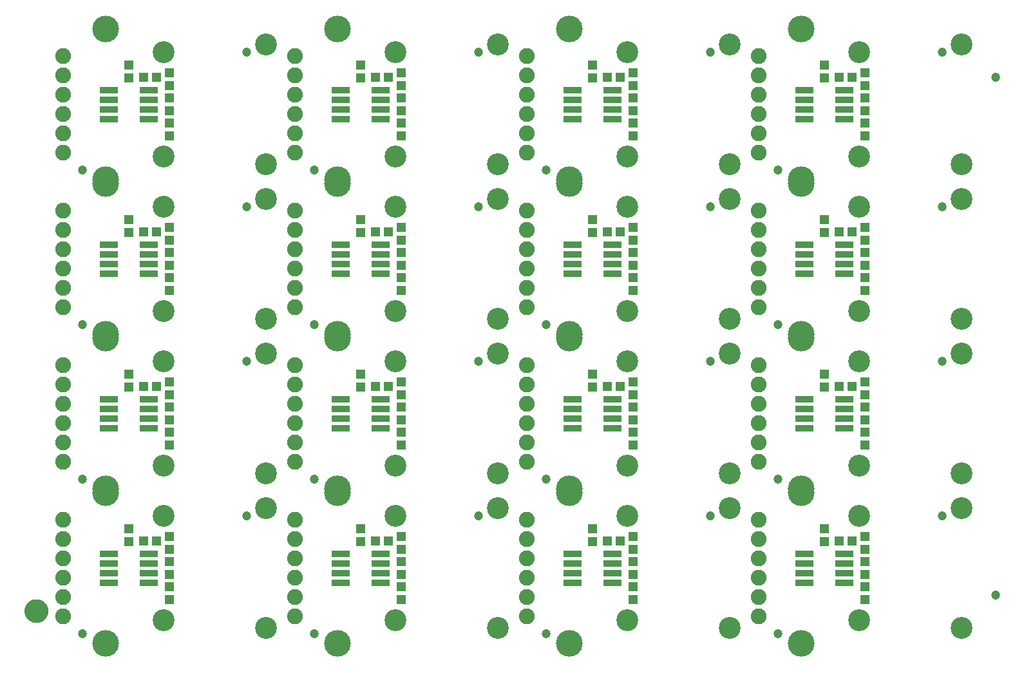
<source format=gts>
G04 EAGLE Gerber RS-274X export*
G75*
%MOMM*%
%FSLAX34Y34*%
%LPD*%
%INSoldermask Top*%
%IPPOS*%
%AMOC8*
5,1,8,0,0,1.08239X$1,22.5*%
G01*
%ADD10C,3.505200*%
%ADD11C,1.203200*%
%ADD12R,1.303200X1.203200*%
%ADD13R,2.413000X0.812800*%
%ADD14C,2.082800*%
%ADD15R,1.203200X1.303200*%
%ADD16C,2.870200*%
%ADD17C,1.270000*%
%ADD18C,1.703200*%


D10*
X137160Y266700D03*
D11*
X322580Y236220D03*
X106680Y81280D03*
D12*
X187080Y203200D03*
X204080Y203200D03*
D13*
X193802Y148590D03*
X193802Y161290D03*
X193802Y173990D03*
X193802Y186690D03*
X141478Y186690D03*
X141478Y173990D03*
X141478Y161290D03*
X141478Y148590D03*
D14*
X81280Y231140D03*
X81280Y205740D03*
X81280Y180340D03*
X81280Y154940D03*
X81280Y129540D03*
X81280Y104140D03*
D10*
X137160Y68580D03*
D15*
X167640Y202320D03*
X167640Y219320D03*
X220980Y143120D03*
X220980Y126120D03*
X220980Y192160D03*
X220980Y209160D03*
X220980Y176140D03*
X220980Y159140D03*
D16*
X213360Y99060D03*
X213360Y236220D03*
X347980Y88900D03*
X347980Y246380D03*
D10*
X441960Y266700D03*
D11*
X627380Y236220D03*
X411480Y81280D03*
D12*
X491880Y203200D03*
X508880Y203200D03*
D13*
X498602Y148590D03*
X498602Y161290D03*
X498602Y173990D03*
X498602Y186690D03*
X446278Y186690D03*
X446278Y173990D03*
X446278Y161290D03*
X446278Y148590D03*
D14*
X386080Y231140D03*
X386080Y205740D03*
X386080Y180340D03*
X386080Y154940D03*
X386080Y129540D03*
X386080Y104140D03*
D10*
X441960Y68580D03*
D15*
X472440Y202320D03*
X472440Y219320D03*
X525780Y143120D03*
X525780Y126120D03*
X525780Y192160D03*
X525780Y209160D03*
X525780Y176140D03*
X525780Y159140D03*
D16*
X518160Y99060D03*
X518160Y236220D03*
X652780Y88900D03*
X652780Y246380D03*
D10*
X746760Y266700D03*
D11*
X932180Y236220D03*
X716280Y81280D03*
D12*
X796680Y203200D03*
X813680Y203200D03*
D13*
X803402Y148590D03*
X803402Y161290D03*
X803402Y173990D03*
X803402Y186690D03*
X751078Y186690D03*
X751078Y173990D03*
X751078Y161290D03*
X751078Y148590D03*
D14*
X690880Y231140D03*
X690880Y205740D03*
X690880Y180340D03*
X690880Y154940D03*
X690880Y129540D03*
X690880Y104140D03*
D10*
X746760Y68580D03*
D15*
X777240Y202320D03*
X777240Y219320D03*
X830580Y143120D03*
X830580Y126120D03*
X830580Y192160D03*
X830580Y209160D03*
X830580Y176140D03*
X830580Y159140D03*
D16*
X822960Y99060D03*
X822960Y236220D03*
X957580Y88900D03*
X957580Y246380D03*
D10*
X1051560Y266700D03*
D11*
X1236980Y236220D03*
X1021080Y81280D03*
D12*
X1101480Y203200D03*
X1118480Y203200D03*
D13*
X1108202Y148590D03*
X1108202Y161290D03*
X1108202Y173990D03*
X1108202Y186690D03*
X1055878Y186690D03*
X1055878Y173990D03*
X1055878Y161290D03*
X1055878Y148590D03*
D14*
X995680Y231140D03*
X995680Y205740D03*
X995680Y180340D03*
X995680Y154940D03*
X995680Y129540D03*
X995680Y104140D03*
D10*
X1051560Y68580D03*
D15*
X1082040Y202320D03*
X1082040Y219320D03*
X1135380Y143120D03*
X1135380Y126120D03*
X1135380Y192160D03*
X1135380Y209160D03*
X1135380Y176140D03*
X1135380Y159140D03*
D16*
X1127760Y99060D03*
X1127760Y236220D03*
X1262380Y88900D03*
X1262380Y246380D03*
D10*
X137160Y469900D03*
D11*
X322580Y439420D03*
X106680Y284480D03*
D12*
X187080Y406400D03*
X204080Y406400D03*
D13*
X193802Y351790D03*
X193802Y364490D03*
X193802Y377190D03*
X193802Y389890D03*
X141478Y389890D03*
X141478Y377190D03*
X141478Y364490D03*
X141478Y351790D03*
D14*
X81280Y434340D03*
X81280Y408940D03*
X81280Y383540D03*
X81280Y358140D03*
X81280Y332740D03*
X81280Y307340D03*
D10*
X137160Y271780D03*
D15*
X167640Y405520D03*
X167640Y422520D03*
X220980Y346320D03*
X220980Y329320D03*
X220980Y395360D03*
X220980Y412360D03*
X220980Y379340D03*
X220980Y362340D03*
D16*
X213360Y302260D03*
X213360Y439420D03*
X347980Y292100D03*
X347980Y449580D03*
D10*
X441960Y469900D03*
D11*
X627380Y439420D03*
X411480Y284480D03*
D12*
X491880Y406400D03*
X508880Y406400D03*
D13*
X498602Y351790D03*
X498602Y364490D03*
X498602Y377190D03*
X498602Y389890D03*
X446278Y389890D03*
X446278Y377190D03*
X446278Y364490D03*
X446278Y351790D03*
D14*
X386080Y434340D03*
X386080Y408940D03*
X386080Y383540D03*
X386080Y358140D03*
X386080Y332740D03*
X386080Y307340D03*
D10*
X441960Y271780D03*
D15*
X472440Y405520D03*
X472440Y422520D03*
X525780Y346320D03*
X525780Y329320D03*
X525780Y395360D03*
X525780Y412360D03*
X525780Y379340D03*
X525780Y362340D03*
D16*
X518160Y302260D03*
X518160Y439420D03*
X652780Y292100D03*
X652780Y449580D03*
D10*
X746760Y469900D03*
D11*
X932180Y439420D03*
X716280Y284480D03*
D12*
X796680Y406400D03*
X813680Y406400D03*
D13*
X803402Y351790D03*
X803402Y364490D03*
X803402Y377190D03*
X803402Y389890D03*
X751078Y389890D03*
X751078Y377190D03*
X751078Y364490D03*
X751078Y351790D03*
D14*
X690880Y434340D03*
X690880Y408940D03*
X690880Y383540D03*
X690880Y358140D03*
X690880Y332740D03*
X690880Y307340D03*
D10*
X746760Y271780D03*
D15*
X777240Y405520D03*
X777240Y422520D03*
X830580Y346320D03*
X830580Y329320D03*
X830580Y395360D03*
X830580Y412360D03*
X830580Y379340D03*
X830580Y362340D03*
D16*
X822960Y302260D03*
X822960Y439420D03*
X957580Y292100D03*
X957580Y449580D03*
D10*
X1051560Y469900D03*
D11*
X1236980Y439420D03*
X1021080Y284480D03*
D12*
X1101480Y406400D03*
X1118480Y406400D03*
D13*
X1108202Y351790D03*
X1108202Y364490D03*
X1108202Y377190D03*
X1108202Y389890D03*
X1055878Y389890D03*
X1055878Y377190D03*
X1055878Y364490D03*
X1055878Y351790D03*
D14*
X995680Y434340D03*
X995680Y408940D03*
X995680Y383540D03*
X995680Y358140D03*
X995680Y332740D03*
X995680Y307340D03*
D10*
X1051560Y271780D03*
D15*
X1082040Y405520D03*
X1082040Y422520D03*
X1135380Y346320D03*
X1135380Y329320D03*
X1135380Y395360D03*
X1135380Y412360D03*
X1135380Y379340D03*
X1135380Y362340D03*
D16*
X1127760Y302260D03*
X1127760Y439420D03*
X1262380Y292100D03*
X1262380Y449580D03*
D10*
X137160Y673100D03*
D11*
X322580Y642620D03*
X106680Y487680D03*
D12*
X187080Y609600D03*
X204080Y609600D03*
D13*
X193802Y554990D03*
X193802Y567690D03*
X193802Y580390D03*
X193802Y593090D03*
X141478Y593090D03*
X141478Y580390D03*
X141478Y567690D03*
X141478Y554990D03*
D14*
X81280Y637540D03*
X81280Y612140D03*
X81280Y586740D03*
X81280Y561340D03*
X81280Y535940D03*
X81280Y510540D03*
D10*
X137160Y474980D03*
D15*
X167640Y608720D03*
X167640Y625720D03*
X220980Y549520D03*
X220980Y532520D03*
X220980Y598560D03*
X220980Y615560D03*
X220980Y582540D03*
X220980Y565540D03*
D16*
X213360Y505460D03*
X213360Y642620D03*
X347980Y495300D03*
X347980Y652780D03*
D10*
X441960Y673100D03*
D11*
X627380Y642620D03*
X411480Y487680D03*
D12*
X491880Y609600D03*
X508880Y609600D03*
D13*
X498602Y554990D03*
X498602Y567690D03*
X498602Y580390D03*
X498602Y593090D03*
X446278Y593090D03*
X446278Y580390D03*
X446278Y567690D03*
X446278Y554990D03*
D14*
X386080Y637540D03*
X386080Y612140D03*
X386080Y586740D03*
X386080Y561340D03*
X386080Y535940D03*
X386080Y510540D03*
D10*
X441960Y474980D03*
D15*
X472440Y608720D03*
X472440Y625720D03*
X525780Y549520D03*
X525780Y532520D03*
X525780Y598560D03*
X525780Y615560D03*
X525780Y582540D03*
X525780Y565540D03*
D16*
X518160Y505460D03*
X518160Y642620D03*
X652780Y495300D03*
X652780Y652780D03*
D10*
X746760Y673100D03*
D11*
X932180Y642620D03*
X716280Y487680D03*
D12*
X796680Y609600D03*
X813680Y609600D03*
D13*
X803402Y554990D03*
X803402Y567690D03*
X803402Y580390D03*
X803402Y593090D03*
X751078Y593090D03*
X751078Y580390D03*
X751078Y567690D03*
X751078Y554990D03*
D14*
X690880Y637540D03*
X690880Y612140D03*
X690880Y586740D03*
X690880Y561340D03*
X690880Y535940D03*
X690880Y510540D03*
D10*
X746760Y474980D03*
D15*
X777240Y608720D03*
X777240Y625720D03*
X830580Y549520D03*
X830580Y532520D03*
X830580Y598560D03*
X830580Y615560D03*
X830580Y582540D03*
X830580Y565540D03*
D16*
X822960Y505460D03*
X822960Y642620D03*
X957580Y495300D03*
X957580Y652780D03*
D10*
X1051560Y673100D03*
D11*
X1236980Y642620D03*
X1021080Y487680D03*
D12*
X1101480Y609600D03*
X1118480Y609600D03*
D13*
X1108202Y554990D03*
X1108202Y567690D03*
X1108202Y580390D03*
X1108202Y593090D03*
X1055878Y593090D03*
X1055878Y580390D03*
X1055878Y567690D03*
X1055878Y554990D03*
D14*
X995680Y637540D03*
X995680Y612140D03*
X995680Y586740D03*
X995680Y561340D03*
X995680Y535940D03*
X995680Y510540D03*
D10*
X1051560Y474980D03*
D15*
X1082040Y608720D03*
X1082040Y625720D03*
X1135380Y549520D03*
X1135380Y532520D03*
X1135380Y598560D03*
X1135380Y615560D03*
X1135380Y582540D03*
X1135380Y565540D03*
D16*
X1127760Y505460D03*
X1127760Y642620D03*
X1262380Y495300D03*
X1262380Y652780D03*
D10*
X137160Y876300D03*
D11*
X322580Y845820D03*
X106680Y690880D03*
D12*
X187080Y812800D03*
X204080Y812800D03*
D13*
X193802Y758190D03*
X193802Y770890D03*
X193802Y783590D03*
X193802Y796290D03*
X141478Y796290D03*
X141478Y783590D03*
X141478Y770890D03*
X141478Y758190D03*
D14*
X81280Y840740D03*
X81280Y815340D03*
X81280Y789940D03*
X81280Y764540D03*
X81280Y739140D03*
X81280Y713740D03*
D10*
X137160Y678180D03*
D15*
X167640Y811920D03*
X167640Y828920D03*
X220980Y752720D03*
X220980Y735720D03*
X220980Y801760D03*
X220980Y818760D03*
X220980Y785740D03*
X220980Y768740D03*
D16*
X213360Y708660D03*
X213360Y845820D03*
X347980Y698500D03*
X347980Y855980D03*
D10*
X441960Y876300D03*
D11*
X627380Y845820D03*
X411480Y690880D03*
D12*
X491880Y812800D03*
X508880Y812800D03*
D13*
X498602Y758190D03*
X498602Y770890D03*
X498602Y783590D03*
X498602Y796290D03*
X446278Y796290D03*
X446278Y783590D03*
X446278Y770890D03*
X446278Y758190D03*
D14*
X386080Y840740D03*
X386080Y815340D03*
X386080Y789940D03*
X386080Y764540D03*
X386080Y739140D03*
X386080Y713740D03*
D10*
X441960Y678180D03*
D15*
X472440Y811920D03*
X472440Y828920D03*
X525780Y752720D03*
X525780Y735720D03*
X525780Y801760D03*
X525780Y818760D03*
X525780Y785740D03*
X525780Y768740D03*
D16*
X518160Y708660D03*
X518160Y845820D03*
X652780Y698500D03*
X652780Y855980D03*
D10*
X746760Y876300D03*
D11*
X932180Y845820D03*
X716280Y690880D03*
D12*
X796680Y812800D03*
X813680Y812800D03*
D13*
X803402Y758190D03*
X803402Y770890D03*
X803402Y783590D03*
X803402Y796290D03*
X751078Y796290D03*
X751078Y783590D03*
X751078Y770890D03*
X751078Y758190D03*
D14*
X690880Y840740D03*
X690880Y815340D03*
X690880Y789940D03*
X690880Y764540D03*
X690880Y739140D03*
X690880Y713740D03*
D10*
X746760Y678180D03*
D15*
X777240Y811920D03*
X777240Y828920D03*
X830580Y752720D03*
X830580Y735720D03*
X830580Y801760D03*
X830580Y818760D03*
X830580Y785740D03*
X830580Y768740D03*
D16*
X822960Y708660D03*
X822960Y845820D03*
X957580Y698500D03*
X957580Y855980D03*
D10*
X1051560Y876300D03*
D11*
X1236980Y845820D03*
X1021080Y690880D03*
D12*
X1101480Y812800D03*
X1118480Y812800D03*
D13*
X1108202Y758190D03*
X1108202Y770890D03*
X1108202Y783590D03*
X1108202Y796290D03*
X1055878Y796290D03*
X1055878Y783590D03*
X1055878Y770890D03*
X1055878Y758190D03*
D14*
X995680Y840740D03*
X995680Y815340D03*
X995680Y789940D03*
X995680Y764540D03*
X995680Y739140D03*
X995680Y713740D03*
D10*
X1051560Y678180D03*
D15*
X1082040Y811920D03*
X1082040Y828920D03*
X1135380Y752720D03*
X1135380Y735720D03*
X1135380Y801760D03*
X1135380Y818760D03*
X1135380Y785740D03*
X1135380Y768740D03*
D16*
X1127760Y708660D03*
X1127760Y845820D03*
X1262380Y698500D03*
X1262380Y855980D03*
D11*
X1306830Y812800D03*
X1306830Y132080D03*
D17*
X36665Y111760D02*
X36668Y111982D01*
X36676Y112204D01*
X36690Y112426D01*
X36709Y112648D01*
X36733Y112868D01*
X36763Y113089D01*
X36798Y113308D01*
X36839Y113527D01*
X36885Y113744D01*
X36936Y113960D01*
X36993Y114175D01*
X37055Y114389D01*
X37122Y114600D01*
X37194Y114811D01*
X37272Y115019D01*
X37354Y115225D01*
X37442Y115429D01*
X37534Y115632D01*
X37632Y115831D01*
X37734Y116028D01*
X37841Y116223D01*
X37953Y116415D01*
X38070Y116604D01*
X38191Y116791D01*
X38317Y116974D01*
X38447Y117154D01*
X38582Y117331D01*
X38720Y117504D01*
X38863Y117674D01*
X39011Y117841D01*
X39162Y118004D01*
X39317Y118163D01*
X39476Y118318D01*
X39639Y118469D01*
X39806Y118617D01*
X39976Y118760D01*
X40149Y118898D01*
X40326Y119033D01*
X40506Y119163D01*
X40689Y119289D01*
X40876Y119410D01*
X41065Y119527D01*
X41257Y119639D01*
X41452Y119746D01*
X41649Y119848D01*
X41848Y119946D01*
X42051Y120038D01*
X42255Y120126D01*
X42461Y120208D01*
X42669Y120286D01*
X42880Y120358D01*
X43091Y120425D01*
X43305Y120487D01*
X43520Y120544D01*
X43736Y120595D01*
X43953Y120641D01*
X44172Y120682D01*
X44391Y120717D01*
X44612Y120747D01*
X44832Y120771D01*
X45054Y120790D01*
X45276Y120804D01*
X45498Y120812D01*
X45720Y120815D01*
X45942Y120812D01*
X46164Y120804D01*
X46386Y120790D01*
X46608Y120771D01*
X46828Y120747D01*
X47049Y120717D01*
X47268Y120682D01*
X47487Y120641D01*
X47704Y120595D01*
X47920Y120544D01*
X48135Y120487D01*
X48349Y120425D01*
X48560Y120358D01*
X48771Y120286D01*
X48979Y120208D01*
X49185Y120126D01*
X49389Y120038D01*
X49592Y119946D01*
X49791Y119848D01*
X49988Y119746D01*
X50183Y119639D01*
X50375Y119527D01*
X50564Y119410D01*
X50751Y119289D01*
X50934Y119163D01*
X51114Y119033D01*
X51291Y118898D01*
X51464Y118760D01*
X51634Y118617D01*
X51801Y118469D01*
X51964Y118318D01*
X52123Y118163D01*
X52278Y118004D01*
X52429Y117841D01*
X52577Y117674D01*
X52720Y117504D01*
X52858Y117331D01*
X52993Y117154D01*
X53123Y116974D01*
X53249Y116791D01*
X53370Y116604D01*
X53487Y116415D01*
X53599Y116223D01*
X53706Y116028D01*
X53808Y115831D01*
X53906Y115632D01*
X53998Y115429D01*
X54086Y115225D01*
X54168Y115019D01*
X54246Y114811D01*
X54318Y114600D01*
X54385Y114389D01*
X54447Y114175D01*
X54504Y113960D01*
X54555Y113744D01*
X54601Y113527D01*
X54642Y113308D01*
X54677Y113089D01*
X54707Y112868D01*
X54731Y112648D01*
X54750Y112426D01*
X54764Y112204D01*
X54772Y111982D01*
X54775Y111760D01*
X54772Y111538D01*
X54764Y111316D01*
X54750Y111094D01*
X54731Y110872D01*
X54707Y110652D01*
X54677Y110431D01*
X54642Y110212D01*
X54601Y109993D01*
X54555Y109776D01*
X54504Y109560D01*
X54447Y109345D01*
X54385Y109131D01*
X54318Y108920D01*
X54246Y108709D01*
X54168Y108501D01*
X54086Y108295D01*
X53998Y108091D01*
X53906Y107888D01*
X53808Y107689D01*
X53706Y107492D01*
X53599Y107297D01*
X53487Y107105D01*
X53370Y106916D01*
X53249Y106729D01*
X53123Y106546D01*
X52993Y106366D01*
X52858Y106189D01*
X52720Y106016D01*
X52577Y105846D01*
X52429Y105679D01*
X52278Y105516D01*
X52123Y105357D01*
X51964Y105202D01*
X51801Y105051D01*
X51634Y104903D01*
X51464Y104760D01*
X51291Y104622D01*
X51114Y104487D01*
X50934Y104357D01*
X50751Y104231D01*
X50564Y104110D01*
X50375Y103993D01*
X50183Y103881D01*
X49988Y103774D01*
X49791Y103672D01*
X49592Y103574D01*
X49389Y103482D01*
X49185Y103394D01*
X48979Y103312D01*
X48771Y103234D01*
X48560Y103162D01*
X48349Y103095D01*
X48135Y103033D01*
X47920Y102976D01*
X47704Y102925D01*
X47487Y102879D01*
X47268Y102838D01*
X47049Y102803D01*
X46828Y102773D01*
X46608Y102749D01*
X46386Y102730D01*
X46164Y102716D01*
X45942Y102708D01*
X45720Y102705D01*
X45498Y102708D01*
X45276Y102716D01*
X45054Y102730D01*
X44832Y102749D01*
X44612Y102773D01*
X44391Y102803D01*
X44172Y102838D01*
X43953Y102879D01*
X43736Y102925D01*
X43520Y102976D01*
X43305Y103033D01*
X43091Y103095D01*
X42880Y103162D01*
X42669Y103234D01*
X42461Y103312D01*
X42255Y103394D01*
X42051Y103482D01*
X41848Y103574D01*
X41649Y103672D01*
X41452Y103774D01*
X41257Y103881D01*
X41065Y103993D01*
X40876Y104110D01*
X40689Y104231D01*
X40506Y104357D01*
X40326Y104487D01*
X40149Y104622D01*
X39976Y104760D01*
X39806Y104903D01*
X39639Y105051D01*
X39476Y105202D01*
X39317Y105357D01*
X39162Y105516D01*
X39011Y105679D01*
X38863Y105846D01*
X38720Y106016D01*
X38582Y106189D01*
X38447Y106366D01*
X38317Y106546D01*
X38191Y106729D01*
X38070Y106916D01*
X37953Y107105D01*
X37841Y107297D01*
X37734Y107492D01*
X37632Y107689D01*
X37534Y107888D01*
X37442Y108091D01*
X37354Y108295D01*
X37272Y108501D01*
X37194Y108709D01*
X37122Y108920D01*
X37055Y109131D01*
X36993Y109345D01*
X36936Y109560D01*
X36885Y109776D01*
X36839Y109993D01*
X36798Y110212D01*
X36763Y110431D01*
X36733Y110652D01*
X36709Y110872D01*
X36690Y111094D01*
X36676Y111316D01*
X36668Y111538D01*
X36665Y111760D01*
D18*
X45720Y111760D03*
M02*

</source>
